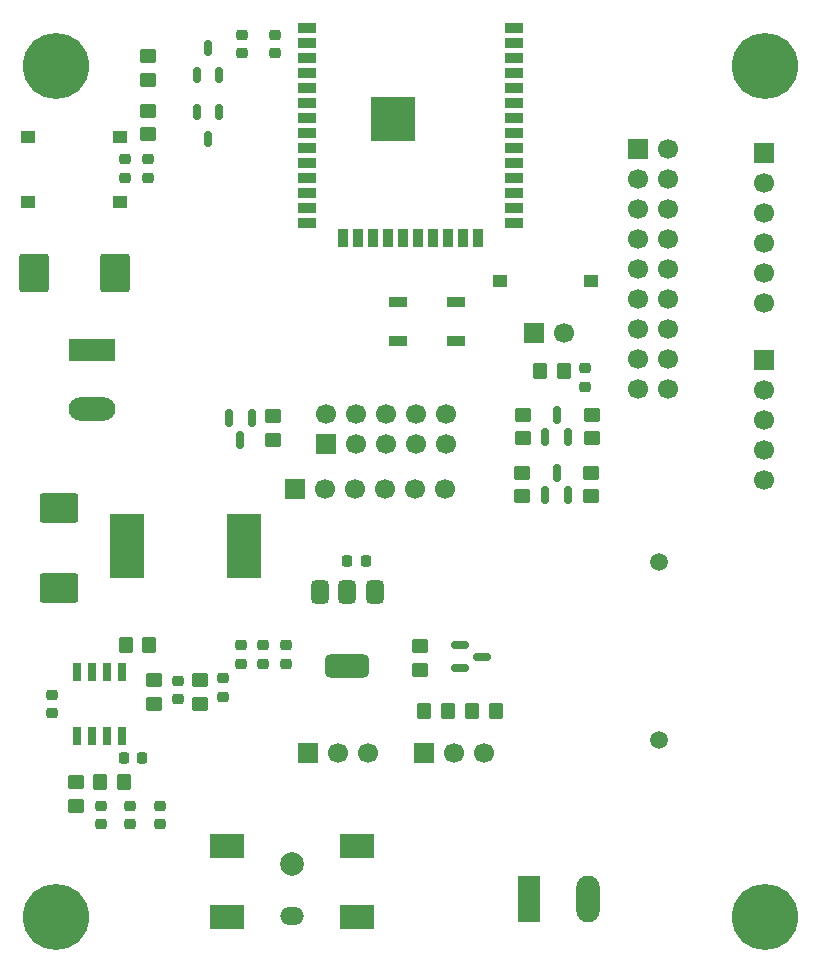
<source format=gbr>
%TF.GenerationSoftware,KiCad,Pcbnew,9.0.2*%
%TF.CreationDate,2025-10-26T15:03:13+01:00*%
%TF.ProjectId,onyks_iot_control_cabinet_pcb,6f6e796b-735f-4696-9f74-5f636f6e7472,rev?*%
%TF.SameCoordinates,Original*%
%TF.FileFunction,Soldermask,Top*%
%TF.FilePolarity,Negative*%
%FSLAX46Y46*%
G04 Gerber Fmt 4.6, Leading zero omitted, Abs format (unit mm)*
G04 Created by KiCad (PCBNEW 9.0.2) date 2025-10-26 15:03:13*
%MOMM*%
%LPD*%
G01*
G04 APERTURE LIST*
G04 Aperture macros list*
%AMRoundRect*
0 Rectangle with rounded corners*
0 $1 Rounding radius*
0 $2 $3 $4 $5 $6 $7 $8 $9 X,Y pos of 4 corners*
0 Add a 4 corners polygon primitive as box body*
4,1,4,$2,$3,$4,$5,$6,$7,$8,$9,$2,$3,0*
0 Add four circle primitives for the rounded corners*
1,1,$1+$1,$2,$3*
1,1,$1+$1,$4,$5*
1,1,$1+$1,$6,$7*
1,1,$1+$1,$8,$9*
0 Add four rect primitives between the rounded corners*
20,1,$1+$1,$2,$3,$4,$5,0*
20,1,$1+$1,$4,$5,$6,$7,0*
20,1,$1+$1,$6,$7,$8,$9,0*
20,1,$1+$1,$8,$9,$2,$3,0*%
G04 Aperture macros list end*
%ADD10RoundRect,0.250000X-0.350000X-0.450000X0.350000X-0.450000X0.350000X0.450000X-0.350000X0.450000X0*%
%ADD11RoundRect,0.250000X0.450000X-0.350000X0.450000X0.350000X-0.450000X0.350000X-0.450000X-0.350000X0*%
%ADD12RoundRect,0.250000X0.350000X0.450000X-0.350000X0.450000X-0.350000X-0.450000X0.350000X-0.450000X0*%
%ADD13RoundRect,0.225000X-0.250000X0.225000X-0.250000X-0.225000X0.250000X-0.225000X0.250000X0.225000X0*%
%ADD14RoundRect,0.225000X0.250000X-0.225000X0.250000X0.225000X-0.250000X0.225000X-0.250000X-0.225000X0*%
%ADD15RoundRect,0.375000X-0.375000X0.625000X-0.375000X-0.625000X0.375000X-0.625000X0.375000X0.625000X0*%
%ADD16RoundRect,0.500000X-1.400000X0.500000X-1.400000X-0.500000X1.400000X-0.500000X1.400000X0.500000X0*%
%ADD17R,1.980000X3.960000*%
%ADD18O,1.980000X3.960000*%
%ADD19R,2.900000X5.400000*%
%ADD20RoundRect,0.250000X-0.450000X0.350000X-0.450000X-0.350000X0.450000X-0.350000X0.450000X0.350000X0*%
%ADD21RoundRect,0.250000X1.000000X-1.400000X1.000000X1.400000X-1.000000X1.400000X-1.000000X-1.400000X0*%
%ADD22R,0.650000X1.528000*%
%ADD23R,1.700000X1.700000*%
%ADD24C,1.700000*%
%ADD25O,2.000000X1.500000*%
%ADD26C,2.000000*%
%ADD27R,3.000000X2.000000*%
%ADD28C,1.500000*%
%ADD29R,1.250000X1.000000*%
%ADD30C,3.600000*%
%ADD31C,5.600000*%
%ADD32R,3.960000X1.980000*%
%ADD33O,3.960000X1.980000*%
%ADD34RoundRect,0.150000X-0.587500X-0.150000X0.587500X-0.150000X0.587500X0.150000X-0.587500X0.150000X0*%
%ADD35RoundRect,0.090000X0.660000X0.360000X-0.660000X0.360000X-0.660000X-0.360000X0.660000X-0.360000X0*%
%ADD36RoundRect,0.150000X-0.150000X0.587500X-0.150000X-0.587500X0.150000X-0.587500X0.150000X0.587500X0*%
%ADD37RoundRect,0.150000X0.150000X-0.512500X0.150000X0.512500X-0.150000X0.512500X-0.150000X-0.512500X0*%
%ADD38RoundRect,0.250000X1.400000X1.000000X-1.400000X1.000000X-1.400000X-1.000000X1.400000X-1.000000X0*%
%ADD39RoundRect,0.150000X-0.150000X0.512500X-0.150000X-0.512500X0.150000X-0.512500X0.150000X0.512500X0*%
%ADD40RoundRect,0.150000X0.150000X-0.587500X0.150000X0.587500X-0.150000X0.587500X-0.150000X-0.587500X0*%
%ADD41RoundRect,0.225000X-0.225000X-0.250000X0.225000X-0.250000X0.225000X0.250000X-0.225000X0.250000X0*%
%ADD42R,1.500000X0.900000*%
%ADD43R,0.900000X1.500000*%
%ADD44C,0.600000*%
%ADD45R,3.800000X3.800000*%
G04 APERTURE END LIST*
D10*
%TO.C,R10*%
X191151000Y-102616000D03*
X193151000Y-102616000D03*
%TD*%
D11*
%TO.C,R1*%
X167767000Y-49133000D03*
X167767000Y-47133000D03*
%TD*%
D12*
%TO.C,R6*%
X167878000Y-97028000D03*
X165878000Y-97028000D03*
%TD*%
D13*
%TO.C,C7*%
X163763000Y-110617000D03*
X163763000Y-112167000D03*
%TD*%
D14*
%TO.C,C1*%
X167767000Y-57417000D03*
X167767000Y-55867000D03*
%TD*%
D15*
%TO.C,U2*%
X186958000Y-92481000D03*
X184658000Y-92481000D03*
D16*
X184658000Y-98781000D03*
D15*
X182358000Y-92481000D03*
%TD*%
D17*
%TO.C,J3*%
X200000000Y-118500000D03*
D18*
X205000000Y-118500000D03*
%TD*%
D11*
%TO.C,R3*%
X161671000Y-110585000D03*
X161671000Y-108585000D03*
%TD*%
D13*
%TO.C,C9*%
X170307000Y-100037000D03*
X170307000Y-101587000D03*
%TD*%
%TO.C,C5*%
X168783000Y-110617000D03*
X168783000Y-112167000D03*
%TD*%
D19*
%TO.C,L1*%
X165992000Y-88646000D03*
X175892000Y-88646000D03*
%TD*%
D10*
%TO.C,R11*%
X195215000Y-102616000D03*
X197215000Y-102616000D03*
%TD*%
D20*
%TO.C,R8*%
X178384200Y-77638400D03*
X178384200Y-79638400D03*
%TD*%
D21*
%TO.C,D3*%
X158144000Y-65532000D03*
X164944000Y-65532000D03*
%TD*%
D14*
%TO.C,C4*%
X175768000Y-46876000D03*
X175768000Y-45326000D03*
%TD*%
D22*
%TO.C,IC1*%
X161798000Y-104692000D03*
X163068000Y-104692000D03*
X164338000Y-104692000D03*
X165608000Y-104692000D03*
X165608000Y-99270000D03*
X164338000Y-99270000D03*
X163068000Y-99270000D03*
X161798000Y-99270000D03*
%TD*%
D23*
%TO.C,J10*%
X219964000Y-72898000D03*
D24*
X219964000Y-75438000D03*
X219964000Y-77978000D03*
X219964000Y-80518000D03*
X219964000Y-83058000D03*
%TD*%
D13*
%TO.C,C6*%
X166273000Y-110617000D03*
X166273000Y-112167000D03*
%TD*%
D14*
%TO.C,C3*%
X178562000Y-46876000D03*
X178562000Y-45326000D03*
%TD*%
D20*
%TO.C,R16*%
X205359000Y-77486000D03*
X205359000Y-79486000D03*
%TD*%
D23*
%TO.C,J9*%
X209296000Y-54991000D03*
D24*
X211836000Y-54991000D03*
X209296000Y-57531000D03*
X211836000Y-57531000D03*
X209296000Y-60071000D03*
X211836000Y-60071000D03*
X209296000Y-62611000D03*
X211836000Y-62611000D03*
X209296000Y-65151000D03*
X211836000Y-65151000D03*
X209296000Y-67691000D03*
X211836000Y-67691000D03*
X209296000Y-70231000D03*
X211836000Y-70231000D03*
X209296000Y-72771000D03*
X211836000Y-72771000D03*
X209296000Y-75311000D03*
X211836000Y-75311000D03*
%TD*%
D25*
%TO.C,J4*%
X180000000Y-119900000D03*
D26*
X180000000Y-115500000D03*
D27*
X174500000Y-120000000D03*
X174500000Y-114000000D03*
X185500000Y-114000000D03*
X185500000Y-120000000D03*
%TD*%
D23*
%TO.C,J1*%
X182880000Y-80010000D03*
D24*
X182880000Y-77470000D03*
X185420000Y-80010000D03*
X185420000Y-77470000D03*
X187960000Y-80010000D03*
X187960000Y-77470000D03*
X190500000Y-80010000D03*
X190500000Y-77470000D03*
X193040000Y-80010000D03*
X193040000Y-77470000D03*
%TD*%
D23*
%TO.C,J8*%
X191135000Y-106172000D03*
D24*
X193675000Y-106172000D03*
X196215000Y-106172000D03*
%TD*%
D23*
%TO.C,J5*%
X181356000Y-106172000D03*
D24*
X183896000Y-106172000D03*
X186436000Y-106172000D03*
%TD*%
D28*
%TO.C,LS1*%
X211010000Y-105000000D03*
X211010000Y-90000000D03*
%TD*%
D20*
%TO.C,R7*%
X168275000Y-99965000D03*
X168275000Y-101965000D03*
%TD*%
D29*
%TO.C,SW3*%
X197547000Y-66192400D03*
X205297000Y-66192400D03*
%TD*%
D30*
%TO.C,H1*%
X160000000Y-48000000D03*
D31*
X160000000Y-48000000D03*
%TD*%
D30*
%TO.C,H4*%
X220000000Y-120000000D03*
D31*
X220000000Y-120000000D03*
%TD*%
D11*
%TO.C,R14*%
X199517000Y-79486000D03*
X199517000Y-77486000D03*
%TD*%
D29*
%TO.C,SW1*%
X165375000Y-59500000D03*
X157625000Y-59500000D03*
%TD*%
D20*
%TO.C,R15*%
X205288000Y-82409000D03*
X205288000Y-84409000D03*
%TD*%
D13*
%TO.C,C16*%
X204749400Y-73570800D03*
X204749400Y-75120800D03*
%TD*%
D32*
%TO.C,J6*%
X163000000Y-72000000D03*
D33*
X163000000Y-77000000D03*
%TD*%
D30*
%TO.C,H3*%
X160000000Y-120000000D03*
D31*
X160000000Y-120000000D03*
%TD*%
D23*
%TO.C,J11*%
X219964000Y-55372000D03*
D24*
X219964000Y-57912000D03*
X219964000Y-60452000D03*
X219964000Y-62992000D03*
X219964000Y-65532000D03*
X219964000Y-68072000D03*
%TD*%
D34*
%TO.C,Q4*%
X194183000Y-97033000D03*
X194183000Y-98933000D03*
X196058000Y-97983000D03*
%TD*%
D12*
%TO.C,R9*%
X202955400Y-73787000D03*
X200955400Y-73787000D03*
%TD*%
D23*
%TO.C,J7*%
X200431400Y-70561200D03*
D24*
X202971400Y-70561200D03*
%TD*%
D35*
%TO.C,D1*%
X193864400Y-71220600D03*
X193864400Y-67920600D03*
X188964400Y-67920600D03*
X188964400Y-71220600D03*
%TD*%
D14*
%TO.C,C13*%
X159639000Y-102756000D03*
X159639000Y-101206000D03*
%TD*%
D13*
%TO.C,C2*%
X165811200Y-55880000D03*
X165811200Y-57430000D03*
%TD*%
%TO.C,C14*%
X177546000Y-97015000D03*
X177546000Y-98565000D03*
%TD*%
D20*
%TO.C,R12*%
X190802500Y-97110000D03*
X190802500Y-99110000D03*
%TD*%
D36*
%TO.C,Q3*%
X176540200Y-77779400D03*
X174640200Y-77779400D03*
X175590200Y-79654400D03*
%TD*%
D37*
%TO.C,Q2*%
X171897000Y-48762500D03*
X173797000Y-48762500D03*
X172847000Y-46487500D03*
%TD*%
D11*
%TO.C,R13*%
X199446000Y-84409000D03*
X199446000Y-82409000D03*
%TD*%
D38*
%TO.C,D2*%
X160274000Y-92173000D03*
X160274000Y-85373000D03*
%TD*%
D14*
%TO.C,C10*%
X174117000Y-101359000D03*
X174117000Y-99809000D03*
%TD*%
D13*
%TO.C,C8*%
X179451000Y-97015000D03*
X179451000Y-98565000D03*
%TD*%
D23*
%TO.C,J2*%
X180213000Y-83820000D03*
D24*
X182753000Y-83820000D03*
X185293000Y-83820000D03*
X187833000Y-83820000D03*
X190373000Y-83820000D03*
X192913000Y-83820000D03*
%TD*%
D39*
%TO.C,Q1*%
X173797000Y-51870500D03*
X171897000Y-51870500D03*
X172847000Y-54145500D03*
%TD*%
D40*
%TO.C,Q5*%
X201422000Y-84328000D03*
X203322000Y-84328000D03*
X202372000Y-82453000D03*
%TD*%
D41*
%TO.C,C11*%
X165722000Y-106553000D03*
X167272000Y-106553000D03*
%TD*%
D30*
%TO.C,H2*%
X220000000Y-48000000D03*
D31*
X220000000Y-48000000D03*
%TD*%
D10*
%TO.C,R4*%
X163719000Y-108585000D03*
X165719000Y-108585000D03*
%TD*%
D13*
%TO.C,C15*%
X175641000Y-97015000D03*
X175641000Y-98565000D03*
%TD*%
D41*
%TO.C,C12*%
X184645000Y-89916000D03*
X186195000Y-89916000D03*
%TD*%
D42*
%TO.C,U1*%
X181250000Y-44750000D03*
X181250000Y-46020000D03*
X181250000Y-47290000D03*
X181250000Y-48560000D03*
X181250000Y-49830000D03*
X181250000Y-51100000D03*
X181250000Y-52370000D03*
X181250000Y-53640000D03*
X181250000Y-54910000D03*
X181250000Y-56180000D03*
X181250000Y-57450000D03*
X181250000Y-58720000D03*
X181250000Y-59990000D03*
X181250000Y-61260000D03*
D43*
X184290000Y-62510000D03*
X185560000Y-62510000D03*
X186830000Y-62510000D03*
X188100000Y-62510000D03*
X189370000Y-62510000D03*
X190640000Y-62510000D03*
X191910000Y-62510000D03*
X193180000Y-62510000D03*
X194450000Y-62510000D03*
X195720000Y-62510000D03*
D42*
X198750000Y-61260000D03*
X198750000Y-59990000D03*
X198750000Y-58720000D03*
X198750000Y-57450000D03*
X198750000Y-56180000D03*
X198750000Y-54910000D03*
X198750000Y-53640000D03*
X198750000Y-52370000D03*
X198750000Y-51100000D03*
X198750000Y-49830000D03*
X198750000Y-48560000D03*
X198750000Y-47290000D03*
X198750000Y-46020000D03*
X198750000Y-44750000D03*
D44*
X187100000Y-51770000D03*
X187100000Y-53170000D03*
X187800000Y-51070000D03*
X187800000Y-52470000D03*
X187800000Y-53870000D03*
X188475000Y-51770000D03*
X188475000Y-53170000D03*
D45*
X188500000Y-52470000D03*
D44*
X189200000Y-51070000D03*
X189200000Y-52470000D03*
X189200000Y-53870000D03*
X189900000Y-51770000D03*
X189900000Y-53170000D03*
%TD*%
D20*
%TO.C,R2*%
X167767000Y-51754000D03*
X167767000Y-53754000D03*
%TD*%
%TO.C,R5*%
X172212000Y-99952000D03*
X172212000Y-101952000D03*
%TD*%
D40*
%TO.C,Q6*%
X201427000Y-79375000D03*
X203327000Y-79375000D03*
X202377000Y-77500000D03*
%TD*%
D29*
%TO.C,SW2*%
X165375000Y-54000000D03*
X157625000Y-54000000D03*
%TD*%
M02*

</source>
